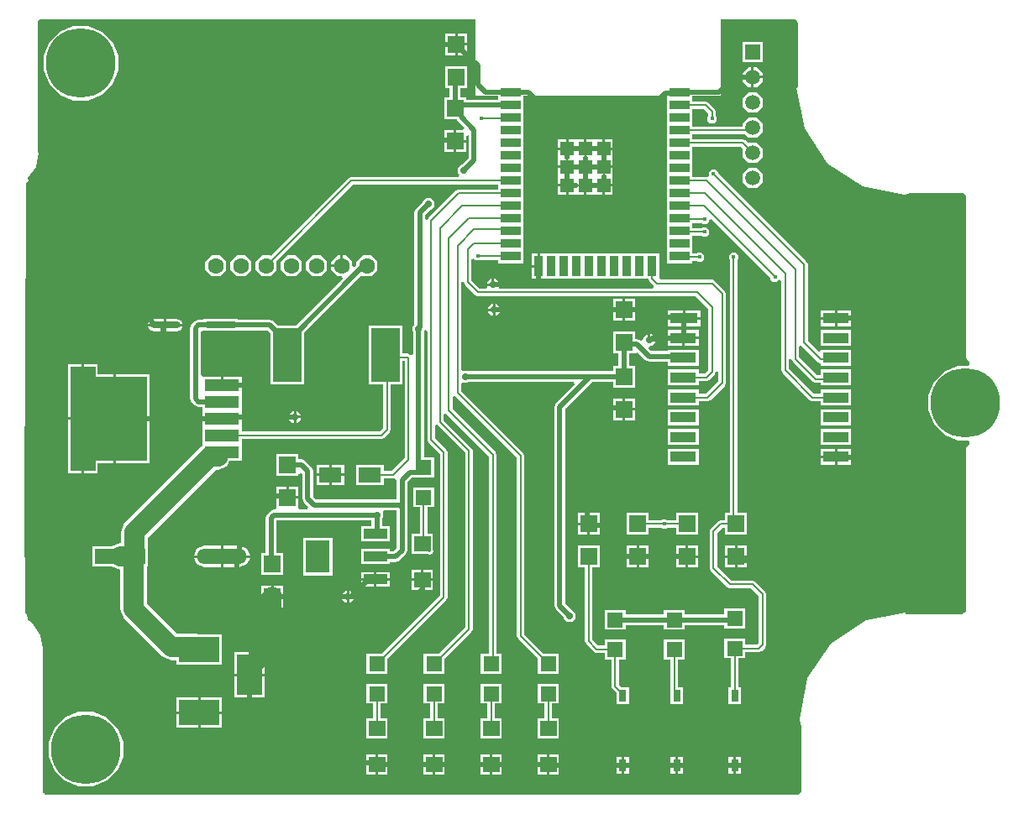
<source format=gtl>
G04*
G04 #@! TF.GenerationSoftware,Altium Limited,Altium Designer,21.3.2 (30)*
G04*
G04 Layer_Physical_Order=1*
G04 Layer_Color=255*
%FSTAX24Y24*%
%MOIN*%
G70*
G04*
G04 #@! TF.SameCoordinates,F68421FC-E499-4976-B511-058DC5D6CA2F*
G04*
G04*
G04 #@! TF.FilePolarity,Positive*
G04*
G01*
G75*
%ADD11C,0.0079*%
%ADD23R,0.0524X0.0524*%
%ADD24R,0.0787X0.0354*%
%ADD25R,0.0354X0.0787*%
%ADD26R,0.0669X0.0669*%
%ADD27R,0.1140X0.2130*%
%ADD28R,0.1181X0.0276*%
%ADD29O,0.1181X0.0276*%
%ADD30R,0.0945X0.0394*%
%ADD31R,0.0945X0.1299*%
%ADD32R,0.2000X0.0591*%
%ADD33O,0.2000X0.0591*%
%ADD34R,0.0630X0.0591*%
%ADD35R,0.0650X0.0600*%
%ADD36R,0.0315X0.0472*%
%ADD37R,0.1024X0.0433*%
%ADD38R,0.1102X0.0433*%
%ADD39R,0.0886X0.0610*%
%ADD40R,0.1378X0.0472*%
%ADD41R,0.0984X0.4134*%
%ADD42R,0.2559X0.3346*%
%ADD73C,0.0197*%
%ADD74C,0.0787*%
%ADD75C,0.0197*%
%ADD76C,0.2756*%
%ADD77C,0.0118*%
%ADD78C,0.0630*%
%ADD79R,0.1000X0.1600*%
%ADD80R,0.1600X0.1000*%
%ADD81R,0.0591X0.0591*%
%ADD82C,0.0591*%
%ADD83C,0.0157*%
%ADD84C,0.0276*%
G36*
X05654Y040697D02*
X056548Y040677D01*
X056588Y040661D01*
X056608Y040568D01*
X056608Y040568D01*
Y038072D01*
X056544Y037998D01*
X056544Y037998D01*
X056544Y037998D01*
X05686Y036408D01*
X057785Y035025D01*
X059168Y0341D01*
X0608Y033775D01*
X060988Y033813D01*
X060988Y033813D01*
Y033813D01*
X061021Y033848D01*
X06315D01*
X063211Y033797D01*
X063229Y033769D01*
X063278Y033711D01*
X063289Y03366D01*
Y029743D01*
Y027307D01*
X063289Y027305D01*
X063289Y027304D01*
Y0273D01*
X063333Y027193D01*
X063335Y027193D01*
X063336Y02719D01*
X063426Y027153D01*
X06341Y027059D01*
X063365Y026978D01*
X062956D01*
X062413Y026753D01*
X061997Y026337D01*
X061772Y025794D01*
Y025206D01*
X061997Y024663D01*
X062413Y024247D01*
X062956Y024022D01*
X063365D01*
X06341Y023941D01*
X063426Y023847D01*
X063336Y02381D01*
X063335Y023807D01*
X063333Y023807D01*
X063289Y0237D01*
Y023696D01*
X063289Y023695D01*
X063289Y023693D01*
X063289Y021228D01*
Y017255D01*
X063225Y017188D01*
X063214Y017184D01*
X063206Y017165D01*
X06312Y017122D01*
X060895D01*
X06089Y017124D01*
X060889Y017125D01*
X060888Y017186D01*
X059298Y01687D01*
X057915Y015945D01*
X05699Y014562D01*
X056665Y01293D01*
X056703Y012742D01*
X056703Y012742D01*
X056703D01*
X056738Y012709D01*
Y010034D01*
X056672Y010007D01*
X056647Y009947D01*
X02673Y009947D01*
X026722Y009948D01*
X026698Y010008D01*
X026657Y010025D01*
X02663Y010115D01*
Y015597D01*
X026647Y01569D01*
X026648Y015698D01*
X026631Y015784D01*
X026532Y016283D01*
X0262Y016779D01*
X026096Y016848D01*
X026029Y016917D01*
X026056Y01698D01*
X026025Y017055D01*
X026025Y017055D01*
X025993Y017075D01*
X025946Y01719D01*
X025937Y017194D01*
X025911Y0216D01*
X025966Y033384D01*
X025973Y034246D01*
X026047Y034307D01*
X026052Y034309D01*
X02606Y034327D01*
X026058Y034428D01*
X02636Y034879D01*
X026472Y03544D01*
X02646Y035441D01*
X026458Y035443D01*
Y040622D01*
X026489Y04071D01*
X026497Y040713D01*
X0265Y040722D01*
X026509Y040749D01*
X0438D01*
Y0377D01*
X044726D01*
Y037545D01*
X043435D01*
Y037634D01*
X043215D01*
Y038016D01*
X043485D01*
Y038885D01*
X042615D01*
Y038016D01*
X042785D01*
Y037634D01*
X042565D01*
Y036765D01*
X043062D01*
X043084Y036712D01*
X043361Y036435D01*
X043319Y036335D01*
X04305D01*
Y03595D01*
X043435D01*
Y0361D01*
X043535Y036154D01*
X043535Y036153D01*
Y035239D01*
X043284Y034988D01*
X043252D01*
X043112Y034848D01*
Y034652D01*
X043183Y034581D01*
X043141Y034481D01*
X03888D01*
X038774Y034437D01*
X035687Y03135D01*
X035672Y031365D01*
X035328D01*
X035085Y031122D01*
Y030778D01*
X035328Y030535D01*
X035672D01*
X035915Y030778D01*
Y031122D01*
X0359Y031137D01*
X038943Y034179D01*
X044726D01*
Y033981D01*
X04313D01*
X043024Y033937D01*
X041943Y032857D01*
X041915Y032788D01*
X041815Y032808D01*
Y032982D01*
X041995Y033162D01*
X042049D01*
X042188Y033301D01*
Y033498D01*
X042049Y033638D01*
X041852D01*
X041712Y033498D01*
Y033487D01*
X041448Y033223D01*
X041385Y033071D01*
Y028622D01*
X041312Y028549D01*
Y028352D01*
X041335Y028328D01*
Y027437D01*
X041235Y027402D01*
X041214Y027422D01*
X041108Y027467D01*
X0409D01*
Y028589D01*
X03956D01*
Y026259D01*
X040149D01*
Y024512D01*
X039999Y024362D01*
X034539D01*
Y024544D01*
Y024831D01*
X03375D01*
X032961D01*
Y024544D01*
Y023785D01*
X032907Y023763D01*
X029887Y020743D01*
X029731Y020365D01*
Y019934D01*
X0297D01*
X029364Y019795D01*
X0286D01*
Y019005D01*
X029364D01*
X0297Y018866D01*
X029716D01*
Y0173D01*
X029872Y016922D01*
X031366Y015428D01*
X031744Y015272D01*
X03195D01*
Y0151D01*
X03375D01*
Y0163D01*
X032842D01*
X032744Y016341D01*
X031965D01*
X030784Y017521D01*
Y019005D01*
X0308D01*
Y019795D01*
X030799D01*
Y020144D01*
X033506Y02285D01*
X033593D01*
X03397Y023007D01*
X034053Y023206D01*
X034539D01*
Y023875D01*
Y024061D01*
X040061D01*
X040168Y024105D01*
X040407Y024343D01*
X040451Y02445D01*
Y026259D01*
X0409D01*
Y027165D01*
X041003D01*
Y023316D01*
X040488Y022801D01*
X040168D01*
Y023055D01*
X039082D01*
Y022245D01*
X040168D01*
Y022499D01*
X04055D01*
X040607Y022523D01*
X040685Y02245D01*
Y021665D01*
X037489D01*
X037365Y021789D01*
Y0228D01*
X037302Y022952D01*
X037052Y023201D01*
X0369Y023264D01*
X036785D01*
Y023484D01*
X035915D01*
Y022615D01*
X036785D01*
Y022676D01*
X036884Y022721D01*
X036935Y022682D01*
Y0217D01*
X036998Y021548D01*
X037181Y021365D01*
X03714Y021265D01*
X036864D01*
X036785Y021316D01*
X036785Y021365D01*
Y0217D01*
X03635D01*
X035915D01*
Y021365D01*
X035915Y021316D01*
X035836Y021265D01*
X035815D01*
X035663Y021202D01*
X035548Y021087D01*
X035485Y020935D01*
Y019535D01*
X035315D01*
Y018665D01*
X036185D01*
Y019535D01*
X035915D01*
Y020835D01*
X039685D01*
Y020602D01*
X039269D01*
Y020009D01*
X040414D01*
Y020602D01*
X040115D01*
Y020928D01*
X040138Y020951D01*
Y021149D01*
X040174Y021235D01*
X040685D01*
Y019739D01*
X040561Y019615D01*
X040414D01*
Y019697D01*
X039269D01*
Y019103D01*
X040414D01*
Y019185D01*
X04065D01*
X040802Y019248D01*
X041052Y019498D01*
X041115Y01965D01*
Y021335D01*
Y022361D01*
X041283Y022529D01*
X041553D01*
X041593Y022545D01*
X042165D01*
Y023336D01*
X041765D01*
Y028328D01*
X041788Y028352D01*
Y028384D01*
X041799Y028394D01*
X041899Y028348D01*
Y02405D01*
X041943Y023943D01*
X042399Y023488D01*
Y017853D01*
X040082Y015536D01*
X039485D01*
Y014745D01*
X040315D01*
Y015342D01*
X042657Y017684D01*
X042701Y017791D01*
Y02355D01*
X042657Y023657D01*
X042201Y024112D01*
Y024605D01*
X042266Y024632D01*
X042301Y024636D01*
X043399Y023538D01*
Y016586D01*
X042349Y015536D01*
X041752D01*
Y014745D01*
X042582D01*
Y015342D01*
X043657Y016417D01*
X043701Y016524D01*
Y0236D01*
X043657Y023707D01*
X042551Y024812D01*
Y025055D01*
X042616Y025082D01*
X042651Y025086D01*
X044349Y023388D01*
Y015536D01*
X044018D01*
Y014745D01*
X044848D01*
Y015536D01*
X044651D01*
Y02345D01*
X044607Y023557D01*
X042901Y025262D01*
Y025755D01*
X042966Y025782D01*
X043001Y025786D01*
X045449Y023338D01*
Y016241D01*
X045493Y016134D01*
X046285Y015342D01*
Y014745D01*
X047115D01*
Y015536D01*
X046518D01*
X045751Y016303D01*
Y0234D01*
X045707Y023507D01*
X043251Y025962D01*
Y026291D01*
X043302Y026312D01*
X043499D01*
X043522Y026335D01*
X047701D01*
X047739Y026243D01*
X046998Y025502D01*
X046935Y02535D01*
Y01745D01*
X046998Y017298D01*
X047312Y016984D01*
Y016952D01*
X047452Y016812D01*
X047649D01*
X047788Y016952D01*
Y017148D01*
X047649Y017288D01*
X047616D01*
X047365Y017539D01*
Y025261D01*
X048439Y026335D01*
X049265D01*
Y026115D01*
X050135D01*
Y026984D01*
X049915D01*
Y027465D01*
X050135D01*
Y027481D01*
X050227Y027519D01*
X050548Y027198D01*
X0507Y027135D01*
X051438D01*
Y026983D01*
X052662D01*
Y027616D01*
X051438D01*
Y027565D01*
X050789D01*
X050692Y027662D01*
X050733Y027762D01*
X050799D01*
X050938Y027901D01*
Y02795D01*
X0507D01*
Y028D01*
X05065D01*
Y028238D01*
X050602D01*
X050462Y028098D01*
Y028033D01*
X050366Y027987D01*
X050215Y02805D01*
X050135D01*
Y028335D01*
X049265D01*
Y027465D01*
X049485D01*
Y026984D01*
X049265D01*
Y026765D01*
X043522D01*
X043499Y026788D01*
X043302D01*
X043251Y026809D01*
Y030296D01*
X043349Y0303D01*
X043393Y030193D01*
X043793Y029793D01*
X0439Y029749D01*
X052538D01*
X053049Y029238D01*
Y026812D01*
X0529Y026663D01*
X052662D01*
Y026829D01*
X051438D01*
Y026196D01*
X052662D01*
Y026361D01*
X052962D01*
X053069Y026406D01*
X053307Y026643D01*
X053351Y02675D01*
X053449Y026746D01*
Y026362D01*
X052962Y025876D01*
X052662D01*
Y026041D01*
X051438D01*
Y025408D01*
X052662D01*
Y025574D01*
X053025D01*
X053131Y025618D01*
X053707Y026193D01*
X053751Y0263D01*
Y02985D01*
X053707Y029957D01*
X053307Y030357D01*
X0532Y030401D01*
X051176D01*
X051093Y030443D01*
Y03143D01*
X046366D01*
Y030937D01*
Y030443D01*
X050665D01*
Y030434D01*
X050709Y030327D01*
X050886Y030151D01*
X050882Y030116D01*
X050855Y030051D01*
X044759D01*
X044738Y030101D01*
Y03015D01*
X044262D01*
Y030101D01*
X044241Y030051D01*
X043962D01*
X043651Y030362D01*
Y031205D01*
X043751Y031246D01*
X043826Y031171D01*
X043974D01*
X043982Y031179D01*
X044726D01*
Y031053D01*
X045713D01*
Y031553D01*
Y032053D01*
Y032553D01*
Y033053D01*
Y033553D01*
Y034053D01*
Y034553D01*
Y035053D01*
Y035553D01*
Y036053D01*
Y036553D01*
Y037053D01*
Y037553D01*
Y0377D01*
X051419D01*
Y037553D01*
Y037053D01*
Y036553D01*
Y036053D01*
Y035553D01*
Y035053D01*
Y034553D01*
Y034053D01*
Y033553D01*
Y033053D01*
Y032553D01*
Y032053D01*
Y031553D01*
Y031053D01*
X052406D01*
Y031149D01*
X052598D01*
X052626Y031121D01*
X052774D01*
X052879Y031226D01*
Y031374D01*
X052774Y031479D01*
X052626D01*
X052598Y031451D01*
X052406D01*
Y032149D01*
X052798D01*
X052826Y032121D01*
X052974D01*
X053079Y032226D01*
Y032374D01*
X052974Y032479D01*
X052826D01*
X052798Y032451D01*
X052406D01*
Y032649D01*
X052798D01*
X052826Y032621D01*
X052974D01*
X053079Y032726D01*
Y032766D01*
X053179Y032808D01*
X055521Y030465D01*
Y030426D01*
X055626Y030321D01*
X055774D01*
X055849Y030396D01*
X055949Y030355D01*
Y0268D01*
X055993Y026693D01*
X057069Y025618D01*
X057175Y025574D01*
X057501D01*
Y025408D01*
X058725D01*
Y026041D01*
X057501D01*
Y025876D01*
X057238D01*
X056251Y026862D01*
Y027246D01*
X056349Y02725D01*
X056393Y027143D01*
X057193Y026343D01*
X0573Y026299D01*
X057501D01*
Y026196D01*
X058725D01*
Y026829D01*
X057501D01*
Y026601D01*
X057362D01*
X056651Y027312D01*
Y027755D01*
X056716Y027782D01*
X056751Y027786D01*
X057411Y027126D01*
X057501Y027088D01*
Y026983D01*
X058725D01*
Y027616D01*
X057501D01*
Y027593D01*
X057409Y027555D01*
X057001Y027962D01*
Y031D01*
X056957Y031107D01*
X053429Y034635D01*
Y034674D01*
X053324Y034779D01*
X053176D01*
X053071Y034674D01*
Y034547D01*
X052994Y034471D01*
X05297Y034481D01*
X052406D01*
Y035053D01*
Y035553D01*
Y035679D01*
X054332D01*
X054405Y035614D01*
Y035286D01*
X054636Y035055D01*
X054964D01*
X055195Y035286D01*
Y035614D01*
X054964Y035845D01*
X054636D01*
X054627Y035836D01*
X054526Y035937D01*
X05442Y035981D01*
X052406D01*
Y036179D01*
X054498D01*
X054508Y036183D01*
X054636Y036055D01*
X054964D01*
X055195Y036286D01*
Y036614D01*
X054964Y036845D01*
X054636D01*
X054405Y036614D01*
Y036481D01*
X052406D01*
Y037053D01*
Y037179D01*
X052887D01*
X053049Y037017D01*
Y036902D01*
X053021Y036874D01*
Y036726D01*
X053126Y036621D01*
X053274D01*
X053379Y036726D01*
Y036874D01*
X053351Y036902D01*
Y03708D01*
X053307Y037186D01*
X053056Y037437D01*
X052949Y037481D01*
X052406D01*
Y0377D01*
X05355D01*
Y03845D01*
Y040749D01*
X056462D01*
X05654Y040697D01*
D02*
G37*
%LPC*%
G36*
X043485Y040184D02*
X0431D01*
Y0398D01*
X043485D01*
Y040184D01*
D02*
G37*
G36*
X043D02*
X042615D01*
Y0398D01*
X043D01*
Y040184D01*
D02*
G37*
G36*
X043485Y0397D02*
X0431D01*
Y039315D01*
X043485D01*
Y0397D01*
D02*
G37*
G36*
X043D02*
X042615D01*
Y039315D01*
X043D01*
Y0397D01*
D02*
G37*
G36*
X055195Y039845D02*
X054405D01*
Y039055D01*
X055195D01*
Y039845D01*
D02*
G37*
G36*
X054964Y038845D02*
X05485D01*
Y0385D01*
X055195D01*
Y038614D01*
X054964Y038845D01*
D02*
G37*
G36*
X05475D02*
X054636D01*
X054405Y038614D01*
Y0385D01*
X05475D01*
Y038845D01*
D02*
G37*
G36*
X055195Y0384D02*
X05485D01*
Y038055D01*
X054964D01*
X055195Y038286D01*
Y0384D01*
D02*
G37*
G36*
X05475D02*
X054405D01*
Y038286D01*
X054636Y038055D01*
X05475D01*
Y0384D01*
D02*
G37*
G36*
X028444Y040478D02*
X027856D01*
X027313Y040253D01*
X026897Y039837D01*
X026672Y039294D01*
Y038706D01*
X026897Y038163D01*
X027313Y037747D01*
X027856Y037522D01*
X028444D01*
X028987Y037747D01*
X029403Y038163D01*
X029628Y038706D01*
Y039294D01*
X029403Y039837D01*
X028987Y040253D01*
X028444Y040478D01*
D02*
G37*
G36*
X054964Y037845D02*
X054636D01*
X054405Y037614D01*
Y037286D01*
X054636Y037055D01*
X054964D01*
X055195Y037286D01*
Y037614D01*
X054964Y037845D01*
D02*
G37*
G36*
X04295Y036335D02*
X042565D01*
Y03595D01*
X04295D01*
Y036335D01*
D02*
G37*
G36*
X049257Y035962D02*
X048945D01*
Y03565D01*
X049257D01*
Y035962D01*
D02*
G37*
G36*
X0474D02*
X047088D01*
Y03565D01*
X0474D01*
Y035962D01*
D02*
G37*
G36*
X048845D02*
X048222D01*
Y0356D01*
X048122D01*
Y035962D01*
X0475D01*
Y0356D01*
X04745D01*
Y03555D01*
X047088D01*
Y035238D01*
Y034928D01*
X04745D01*
Y034828D01*
X047088D01*
Y034516D01*
Y034205D01*
X04745D01*
Y034155D01*
X0475D01*
Y033793D01*
X048122D01*
Y034155D01*
X048222D01*
Y033793D01*
X048845D01*
Y034155D01*
X048895D01*
Y034205D01*
X049257D01*
Y034516D01*
Y034828D01*
X048895D01*
Y034928D01*
X049257D01*
Y035238D01*
Y03555D01*
X048895D01*
Y0356D01*
X048845D01*
Y035962D01*
D02*
G37*
G36*
X043435Y03585D02*
X04305D01*
Y035466D01*
X043435D01*
Y03585D01*
D02*
G37*
G36*
X04295D02*
X042565D01*
Y035466D01*
X04295D01*
Y03585D01*
D02*
G37*
G36*
X054964Y034845D02*
X054636D01*
X054405Y034614D01*
Y034286D01*
X054636Y034055D01*
X054964D01*
X055195Y034286D01*
Y034614D01*
X054964Y034845D01*
D02*
G37*
G36*
X049257Y034105D02*
X048945D01*
Y033793D01*
X049257D01*
Y034105D01*
D02*
G37*
G36*
X0474D02*
X047088D01*
Y033793D01*
X0474D01*
Y034105D01*
D02*
G37*
G36*
X03845Y031365D02*
X038328D01*
X038085Y031122D01*
Y031D01*
X03845D01*
Y031365D01*
D02*
G37*
G36*
X046266Y03143D02*
X046039D01*
Y030987D01*
X046266D01*
Y03143D01*
D02*
G37*
G36*
X039672Y031365D02*
X039328D01*
X039085Y031122D01*
Y030978D01*
X039007Y0309D01*
X038915Y030939D01*
Y031122D01*
X038672Y031365D01*
X03855D01*
Y03095D01*
X0385D01*
Y0309D01*
X038085D01*
Y030778D01*
X038328Y030535D01*
X038511D01*
X03855Y030443D01*
X036696Y028589D01*
X035964D01*
X035801Y028752D01*
X035649Y028815D01*
X034391D01*
Y028838D01*
X033009D01*
Y028815D01*
X032815D01*
X032663Y028752D01*
X032548Y028637D01*
X032485Y028485D01*
Y025665D01*
X032548Y025513D01*
X032663Y025398D01*
X032815Y025335D01*
X032961D01*
Y025214D01*
Y024931D01*
X03375D01*
X034539D01*
Y025214D01*
Y025883D01*
Y026169D01*
X03375D01*
Y026219D01*
X0337D01*
Y026556D01*
X032961D01*
X032915Y026636D01*
Y028349D01*
X033009Y028362D01*
Y028362D01*
X034391D01*
Y028385D01*
X03556D01*
X03566Y028285D01*
Y026259D01*
X037D01*
Y028285D01*
X039289Y030574D01*
X039328Y030535D01*
X039672D01*
X039915Y030778D01*
Y031122D01*
X039672Y031365D01*
D02*
G37*
G36*
X037672D02*
X037328D01*
X037085Y031122D01*
Y030778D01*
X037328Y030535D01*
X037672D01*
X037915Y030778D01*
Y031122D01*
X037672Y031365D01*
D02*
G37*
G36*
X036672D02*
X036328D01*
X036085Y031122D01*
Y030778D01*
X036328Y030535D01*
X036672D01*
X036915Y030778D01*
Y031122D01*
X036672Y031365D01*
D02*
G37*
G36*
X034672D02*
X034328D01*
X034085Y031122D01*
Y030778D01*
X034328Y030535D01*
X034672D01*
X034915Y030778D01*
Y031122D01*
X034672Y031365D01*
D02*
G37*
G36*
X033672D02*
X033328D01*
X033085Y031122D01*
Y030778D01*
X033328Y030535D01*
X033672D01*
X033915Y030778D01*
Y031122D01*
X033672Y031365D01*
D02*
G37*
G36*
X046266Y030887D02*
X046039D01*
Y030443D01*
X046266D01*
Y030887D01*
D02*
G37*
G36*
X044598Y030438D02*
X04455D01*
Y03025D01*
X044738D01*
Y030299D01*
X044598Y030438D01*
D02*
G37*
G36*
X04445D02*
X044401D01*
X044262Y030299D01*
Y03025D01*
X04445D01*
Y030438D01*
D02*
G37*
G36*
X044648Y029438D02*
X0446D01*
Y02925D01*
X044788D01*
Y029299D01*
X044648Y029438D01*
D02*
G37*
G36*
X0445D02*
X044451D01*
X044312Y029299D01*
Y02925D01*
X0445D01*
Y029438D01*
D02*
G37*
G36*
X050135Y029634D02*
X04975D01*
Y029249D01*
X050135D01*
Y029634D01*
D02*
G37*
G36*
X04965D02*
X049265D01*
Y029249D01*
X04965D01*
Y029634D01*
D02*
G37*
G36*
X044788Y02915D02*
X0446D01*
Y028962D01*
X044648D01*
X044788Y029102D01*
Y02915D01*
D02*
G37*
G36*
X0445D02*
X044312D01*
Y029102D01*
X044451Y028962D01*
X0445D01*
Y02915D01*
D02*
G37*
G36*
X058725Y029191D02*
X058163D01*
Y028924D01*
X058725D01*
Y029191D01*
D02*
G37*
G36*
X052741D02*
X052139D01*
Y028924D01*
X052741D01*
Y029191D01*
D02*
G37*
G36*
X052039D02*
X051438D01*
Y028924D01*
X052039D01*
Y029191D01*
D02*
G37*
G36*
X058063D02*
X057501D01*
Y028924D01*
X058063D01*
Y029191D01*
D02*
G37*
G36*
X050135Y029149D02*
X04975D01*
Y028765D01*
X050135D01*
Y029149D01*
D02*
G37*
G36*
X04965D02*
X049265D01*
Y028765D01*
X04965D01*
Y029149D01*
D02*
G37*
G36*
X031953Y028857D02*
X03155D01*
Y02865D01*
X032189D01*
X032135Y028782D01*
X031953Y028857D01*
D02*
G37*
G36*
X03145D02*
X031047D01*
X030865Y028782D01*
X030811Y02865D01*
X03145D01*
Y028857D01*
D02*
G37*
G36*
X058725Y028824D02*
X058163D01*
Y028558D01*
X058725D01*
Y028824D01*
D02*
G37*
G36*
X058063D02*
X057501D01*
Y028558D01*
X058063D01*
Y028824D01*
D02*
G37*
G36*
X052741D02*
X052139D01*
Y028558D01*
X052741D01*
Y028824D01*
D02*
G37*
G36*
X052039D02*
X051438D01*
Y028558D01*
X052039D01*
Y028824D01*
D02*
G37*
G36*
X032189Y02855D02*
X03155D01*
Y028343D01*
X031953D01*
X032135Y028418D01*
X032189Y02855D01*
D02*
G37*
G36*
X03145D02*
X030811D01*
X030865Y028418D01*
X031047Y028343D01*
X03145D01*
Y02855D01*
D02*
G37*
G36*
X052662Y028404D02*
X0521D01*
Y028137D01*
X052662D01*
Y028404D01*
D02*
G37*
G36*
X052D02*
X051438D01*
Y028137D01*
X052D01*
Y028404D01*
D02*
G37*
G36*
X050799Y028238D02*
X05075D01*
Y02805D01*
X050938D01*
Y028098D01*
X050799Y028238D01*
D02*
G37*
G36*
X058725Y028404D02*
X057501D01*
Y02777D01*
X058725D01*
Y028404D01*
D02*
G37*
G36*
X052662Y028037D02*
X0521D01*
Y02777D01*
X052662D01*
Y028037D01*
D02*
G37*
G36*
X052D02*
X051438D01*
Y02777D01*
X052D01*
Y028037D01*
D02*
G37*
G36*
X0338Y026556D02*
Y026269D01*
X034539D01*
Y026556D01*
X0338D01*
D02*
G37*
G36*
X050135Y025685D02*
X04975D01*
Y0253D01*
X050135D01*
Y025685D01*
D02*
G37*
G36*
X04965D02*
X049265D01*
Y0253D01*
X04965D01*
Y025685D01*
D02*
G37*
G36*
X036748Y025188D02*
X0367D01*
Y025D01*
X036888D01*
Y025048D01*
X036748Y025188D01*
D02*
G37*
G36*
X0366D02*
X036551D01*
X036412Y025048D01*
Y025D01*
X0366D01*
Y025188D01*
D02*
G37*
G36*
X030887Y026654D02*
X029558D01*
Y024931D01*
X030887D01*
Y026654D01*
D02*
G37*
G36*
X028178Y027048D02*
X027636D01*
Y024931D01*
X028178D01*
Y027048D01*
D02*
G37*
G36*
X050135Y0252D02*
X04975D01*
Y024816D01*
X050135D01*
Y0252D01*
D02*
G37*
G36*
X04965D02*
X049265D01*
Y024816D01*
X04965D01*
Y0252D01*
D02*
G37*
G36*
X036888Y0249D02*
X0367D01*
Y024712D01*
X036748D01*
X036888Y024852D01*
Y0249D01*
D02*
G37*
G36*
X0366D02*
X036412D01*
Y024852D01*
X036551Y024712D01*
X0366D01*
Y0249D01*
D02*
G37*
G36*
X058725Y025254D02*
X057501D01*
Y024621D01*
X058725D01*
Y025254D01*
D02*
G37*
G36*
X052662D02*
X051438D01*
Y024621D01*
X052662D01*
Y025254D01*
D02*
G37*
G36*
X058725Y024467D02*
X057501D01*
Y023833D01*
X058725D01*
Y024467D01*
D02*
G37*
G36*
X052662D02*
X051438D01*
Y023833D01*
X052662D01*
Y024467D01*
D02*
G37*
G36*
X058725Y023679D02*
X058163D01*
Y023413D01*
X058725D01*
Y023679D01*
D02*
G37*
G36*
X058063D02*
X057501D01*
Y023413D01*
X058063D01*
Y023679D01*
D02*
G37*
G36*
X030887Y024831D02*
X029558D01*
Y023107D01*
X030887D01*
Y024831D01*
D02*
G37*
G36*
X058725Y023313D02*
X058163D01*
Y023046D01*
X058725D01*
Y023313D01*
D02*
G37*
G36*
X058063D02*
X057501D01*
Y023046D01*
X058063D01*
Y023313D01*
D02*
G37*
G36*
X052662Y023679D02*
X051438D01*
Y023046D01*
X052662D01*
Y023679D01*
D02*
G37*
G36*
X02882Y027048D02*
X028278D01*
Y024881D01*
Y022714D01*
X02882D01*
Y023107D01*
X029458D01*
Y024881D01*
Y026654D01*
X02882D01*
Y027048D01*
D02*
G37*
G36*
X028178Y024831D02*
X027636D01*
Y022714D01*
X028178D01*
Y024831D01*
D02*
G37*
G36*
X038593Y023055D02*
X0381D01*
Y0227D01*
X038593D01*
Y023055D01*
D02*
G37*
G36*
X038D02*
X037507D01*
Y0227D01*
X038D01*
Y023055D01*
D02*
G37*
G36*
X038593Y0226D02*
X0381D01*
Y022245D01*
X038593D01*
Y0226D01*
D02*
G37*
G36*
X038D02*
X037507D01*
Y022245D01*
X038D01*
Y0226D01*
D02*
G37*
G36*
X036785Y022185D02*
X0364D01*
Y0218D01*
X036785D01*
Y022185D01*
D02*
G37*
G36*
X0363D02*
X035915D01*
Y0218D01*
X0363D01*
Y022185D01*
D02*
G37*
G36*
X052635Y021134D02*
X051765D01*
Y020851D01*
X051402D01*
X051374Y020879D01*
X051226D01*
X051198Y020851D01*
X050685D01*
Y021134D01*
X049815D01*
Y020265D01*
X050685D01*
Y020549D01*
X051198D01*
X051226Y020521D01*
X051374D01*
X051402Y020549D01*
X051765D01*
Y020265D01*
X052635D01*
Y021134D01*
D02*
G37*
G36*
X048735D02*
X04835D01*
Y02075D01*
X048735D01*
Y021134D01*
D02*
G37*
G36*
X04825D02*
X047865D01*
Y02075D01*
X04825D01*
Y021134D01*
D02*
G37*
G36*
X054124Y031479D02*
X053976D01*
X053871Y031374D01*
Y031226D01*
X053899Y031198D01*
Y021134D01*
X053715D01*
Y02085D01*
X05355D01*
X053443Y020806D01*
X053143Y020507D01*
X053099Y0204D01*
Y01895D01*
X053143Y018843D01*
X053793Y018193D01*
X0539Y018149D01*
X054738D01*
X055049Y017838D01*
Y015962D01*
X054997Y01591D01*
X054515D01*
Y016155D01*
X053685D01*
Y015364D01*
X053949D01*
Y014214D01*
X053843D01*
Y013542D01*
X054357D01*
Y014214D01*
X054251D01*
Y015364D01*
X054515D01*
Y015609D01*
X055059D01*
X055166Y015653D01*
X055307Y015793D01*
X055351Y0159D01*
Y0179D01*
X055307Y018007D01*
X054907Y018407D01*
X0548Y018451D01*
X053962D01*
X053401Y019012D01*
Y020338D01*
X053612Y020549D01*
X053715D01*
Y020265D01*
X054585D01*
Y021134D01*
X054201D01*
Y031198D01*
X054229Y031226D01*
Y031374D01*
X054124Y031479D01*
D02*
G37*
G36*
X048735Y02065D02*
X04835D01*
Y020265D01*
X048735D01*
Y02065D01*
D02*
G37*
G36*
X04825D02*
X047865D01*
Y020265D01*
X04825D01*
Y02065D01*
D02*
G37*
G36*
X042165Y022155D02*
X041335D01*
Y021364D01*
X041599D01*
Y0203D01*
X041275D01*
Y0195D01*
X041898D01*
X041986Y019464D01*
X042074Y0195D01*
X042125D01*
Y019587D01*
X042136Y019614D01*
Y019639D01*
X042125Y019667D01*
Y0203D01*
X041901D01*
Y021364D01*
X042165D01*
Y022155D01*
D02*
G37*
G36*
X054585Y019835D02*
X0542D01*
Y01945D01*
X054585D01*
Y019835D01*
D02*
G37*
G36*
X052635D02*
X05225D01*
Y01945D01*
X052635D01*
Y019835D01*
D02*
G37*
G36*
X050685D02*
X0503D01*
Y01945D01*
X050685D01*
Y019835D01*
D02*
G37*
G36*
X0541D02*
X053715D01*
Y01945D01*
X0541D01*
Y019835D01*
D02*
G37*
G36*
X05215D02*
X051765D01*
Y01945D01*
X05215D01*
Y019835D01*
D02*
G37*
G36*
X0502D02*
X049815D01*
Y01945D01*
X0502D01*
Y019835D01*
D02*
G37*
G36*
X034455Y019828D02*
X0338D01*
Y01945D01*
X034862D01*
X034757Y019703D01*
X034455Y019828D01*
D02*
G37*
G36*
X0337D02*
X033045D01*
X032743Y019703D01*
X032638Y01945D01*
X0337D01*
Y019828D01*
D02*
G37*
G36*
X034862Y01935D02*
X0338D01*
Y018972D01*
X034455D01*
X034757Y019097D01*
X034862Y01935D01*
D02*
G37*
G36*
X0337D02*
X032638D01*
X032743Y019097D01*
X033045Y018972D01*
X0337D01*
Y01935D01*
D02*
G37*
G36*
X054585Y01935D02*
X0542D01*
Y018966D01*
X054585D01*
Y01935D01*
D02*
G37*
G36*
X0541D02*
X053715D01*
Y018966D01*
X0541D01*
Y01935D01*
D02*
G37*
G36*
X052635D02*
X05225D01*
Y018966D01*
X052635D01*
Y01935D01*
D02*
G37*
G36*
X05215D02*
X051765D01*
Y018966D01*
X05215D01*
Y01935D01*
D02*
G37*
G36*
X050685D02*
X0503D01*
Y018966D01*
X050685D01*
Y01935D01*
D02*
G37*
G36*
X0502D02*
X049815D01*
Y018966D01*
X0502D01*
Y01935D01*
D02*
G37*
G36*
X038131Y02015D02*
X036986D01*
Y01865D01*
X038131D01*
Y02015D01*
D02*
G37*
G36*
X040414Y018791D02*
X039892D01*
Y018544D01*
X040414D01*
Y018791D01*
D02*
G37*
G36*
X039792D02*
X039269D01*
Y018544D01*
X039792D01*
Y018791D01*
D02*
G37*
G36*
X042125Y01888D02*
X04175D01*
Y01853D01*
X042125D01*
Y01888D01*
D02*
G37*
G36*
X04165D02*
X041275D01*
Y01853D01*
X04165D01*
Y01888D01*
D02*
G37*
G36*
X040414Y018444D02*
X039892D01*
Y018198D01*
X040414D01*
Y018444D01*
D02*
G37*
G36*
X039792D02*
X039269D01*
Y018198D01*
X039792D01*
Y018444D01*
D02*
G37*
G36*
X042125Y01843D02*
X04175D01*
Y01808D01*
X042125D01*
Y01843D01*
D02*
G37*
G36*
X04165D02*
X041275D01*
Y01808D01*
X04165D01*
Y01843D01*
D02*
G37*
G36*
X036185Y018235D02*
X0358D01*
Y017851D01*
X036185D01*
Y018235D01*
D02*
G37*
G36*
X038849Y018039D02*
X0388D01*
Y017851D01*
X038988D01*
Y017899D01*
X038849Y018039D01*
D02*
G37*
G36*
X0387D02*
X038651D01*
X038512Y017899D01*
Y017851D01*
X0387D01*
Y018039D01*
D02*
G37*
G36*
X0357Y018235D02*
X035315D01*
Y017851D01*
X0357D01*
Y018235D01*
D02*
G37*
G36*
X038988Y017751D02*
X0388D01*
Y017563D01*
X038849D01*
X038988Y017702D01*
Y017751D01*
D02*
G37*
G36*
X0387D02*
X038512D01*
Y017702D01*
X038651Y017563D01*
X0387D01*
Y017751D01*
D02*
G37*
G36*
X036185D02*
X0358D01*
Y017366D01*
X036185D01*
Y017751D01*
D02*
G37*
G36*
X0357D02*
X035315D01*
Y017366D01*
X0357D01*
Y017751D01*
D02*
G37*
G36*
X054515Y017336D02*
X053685D01*
Y017105D01*
X052115D01*
Y017286D01*
X051285D01*
Y017105D01*
X049765D01*
Y017286D01*
X048935D01*
Y016495D01*
X049765D01*
Y016676D01*
X051285D01*
Y016495D01*
X052115D01*
Y016676D01*
X053685D01*
Y016545D01*
X054515D01*
Y017336D01*
D02*
G37*
G36*
X03545Y0156D02*
X0349D01*
Y01475D01*
X03545D01*
Y0156D01*
D02*
G37*
G36*
X0348D02*
X03425D01*
Y01475D01*
X0348D01*
Y0156D01*
D02*
G37*
G36*
X03545Y01465D02*
X0349D01*
Y0138D01*
X03545D01*
Y01465D01*
D02*
G37*
G36*
X0348D02*
X03425D01*
Y0138D01*
X0348D01*
Y01465D01*
D02*
G37*
G36*
X052115Y016105D02*
X051285D01*
Y015314D01*
X051549D01*
Y014214D01*
X051543D01*
Y013542D01*
X052057D01*
Y014214D01*
X051851D01*
Y015314D01*
X052115D01*
Y016105D01*
D02*
G37*
G36*
X048735Y019835D02*
X047865D01*
Y018966D01*
X048149D01*
Y016042D01*
X048193Y015935D01*
X048513Y015616D01*
X048619Y015572D01*
X048935D01*
Y015314D01*
X049199D01*
Y014257D01*
X049243Y01415D01*
X049393Y014001D01*
Y013542D01*
X049907D01*
Y014214D01*
X049606D01*
X049501Y014319D01*
Y015314D01*
X049765D01*
Y016105D01*
X048935D01*
Y015874D01*
X048682D01*
X048451Y016105D01*
Y018966D01*
X048735D01*
Y019835D01*
D02*
G37*
G36*
X03375Y0138D02*
X0329D01*
Y01325D01*
X03375D01*
Y0138D01*
D02*
G37*
G36*
X0328D02*
X03195D01*
Y01325D01*
X0328D01*
Y0138D01*
D02*
G37*
G36*
X03375Y01315D02*
X0329D01*
Y0126D01*
X03375D01*
Y01315D01*
D02*
G37*
G36*
X0328D02*
X03195D01*
Y0126D01*
X0328D01*
Y01315D01*
D02*
G37*
G36*
X047115Y014355D02*
X046285D01*
Y013564D01*
X046549D01*
Y01297D01*
X046275D01*
Y01217D01*
X047125D01*
Y01297D01*
X046851D01*
Y013564D01*
X047115D01*
Y014355D01*
D02*
G37*
G36*
X044848D02*
X044018D01*
Y013564D01*
X044282D01*
Y01297D01*
X044008D01*
Y01217D01*
X044858D01*
Y01297D01*
X044584D01*
Y013564D01*
X044848D01*
Y014355D01*
D02*
G37*
G36*
X042582D02*
X041752D01*
Y013564D01*
X042016D01*
Y01297D01*
X041742D01*
Y01217D01*
X042592D01*
Y01297D01*
X042318D01*
Y013564D01*
X042582D01*
Y014355D01*
D02*
G37*
G36*
X040315D02*
X039485D01*
Y013564D01*
X039749D01*
Y01297D01*
X039475D01*
Y01217D01*
X040325D01*
Y01297D01*
X040051D01*
Y013564D01*
X040315D01*
Y014355D01*
D02*
G37*
G36*
X047125Y01155D02*
X04675D01*
Y0112D01*
X047125D01*
Y01155D01*
D02*
G37*
G36*
X04665D02*
X046275D01*
Y0112D01*
X04665D01*
Y01155D01*
D02*
G37*
G36*
X044858D02*
X044483D01*
Y0112D01*
X044858D01*
Y01155D01*
D02*
G37*
G36*
X040325D02*
X03995D01*
Y0112D01*
X040325D01*
Y01155D01*
D02*
G37*
G36*
X044383D02*
X044008D01*
Y0112D01*
X044383D01*
Y01155D01*
D02*
G37*
G36*
X03985D02*
X039475D01*
Y0112D01*
X03985D01*
Y01155D01*
D02*
G37*
G36*
X042592D02*
X042217D01*
Y0112D01*
X042592D01*
Y01155D01*
D02*
G37*
G36*
X042117D02*
X041742D01*
Y0112D01*
X042117D01*
Y01155D01*
D02*
G37*
G36*
X054357Y011458D02*
X05415D01*
Y011172D01*
X054357D01*
Y011458D01*
D02*
G37*
G36*
X052057D02*
X05185D01*
Y011172D01*
X052057D01*
Y011458D01*
D02*
G37*
G36*
X049907D02*
X0497D01*
Y011172D01*
X049907D01*
Y011458D01*
D02*
G37*
G36*
X05405D02*
X053843D01*
Y011172D01*
X05405D01*
Y011458D01*
D02*
G37*
G36*
X05175D02*
X051543D01*
Y011172D01*
X05175D01*
Y011458D01*
D02*
G37*
G36*
X0496D02*
X049393D01*
Y011172D01*
X0496D01*
Y011458D01*
D02*
G37*
G36*
X054357Y011072D02*
X05415D01*
Y010786D01*
X054357D01*
Y011072D01*
D02*
G37*
G36*
X05405D02*
X053843D01*
Y010786D01*
X05405D01*
Y011072D01*
D02*
G37*
G36*
X052057D02*
X05185D01*
Y010786D01*
X052057D01*
Y011072D01*
D02*
G37*
G36*
X05175D02*
X051543D01*
Y010786D01*
X05175D01*
Y011072D01*
D02*
G37*
G36*
X049907D02*
X0497D01*
Y010786D01*
X049907D01*
Y011072D01*
D02*
G37*
G36*
X0496D02*
X049393D01*
Y010786D01*
X0496D01*
Y011072D01*
D02*
G37*
G36*
X047125Y0111D02*
X04675D01*
Y01075D01*
X047125D01*
Y0111D01*
D02*
G37*
G36*
X04665D02*
X046275D01*
Y01075D01*
X04665D01*
Y0111D01*
D02*
G37*
G36*
X044858Y0111D02*
X044483D01*
Y01075D01*
X044858D01*
Y0111D01*
D02*
G37*
G36*
X044383D02*
X044008D01*
Y01075D01*
X044383D01*
Y0111D01*
D02*
G37*
G36*
X042592Y0111D02*
X042217D01*
Y01075D01*
X042592D01*
Y0111D01*
D02*
G37*
G36*
X042117D02*
X041742D01*
Y01075D01*
X042117D01*
Y0111D01*
D02*
G37*
G36*
X040325Y0111D02*
X03995D01*
Y01075D01*
X040325D01*
Y0111D01*
D02*
G37*
G36*
X03985D02*
X039475D01*
Y01075D01*
X03985D01*
Y0111D01*
D02*
G37*
G36*
X028644Y013228D02*
X028056D01*
X027513Y013003D01*
X027097Y012587D01*
X026872Y012044D01*
Y011456D01*
X027097Y010913D01*
X027513Y010497D01*
X028056Y010272D01*
X028644D01*
X029187Y010497D01*
X029603Y010913D01*
X029828Y011456D01*
Y012044D01*
X029603Y012587D01*
X029187Y013003D01*
X028644Y013228D01*
D02*
G37*
%LPD*%
D11*
X0355Y03095D02*
X03888Y03433D01*
X045204Y031314D02*
X04522Y03133D01*
X051913D02*
X051943Y0313D01*
X04405Y0368D02*
X045189D01*
X051913Y03133D02*
X051937Y031355D01*
X051943Y0313D02*
X0527D01*
X05287Y03333D02*
X0557Y0305D01*
X045189Y0368D02*
X04522Y03683D01*
X0439Y03135D02*
X04392Y03133D01*
X051913Y03333D02*
X05287D01*
X04392Y03133D02*
X04522D01*
X051943Y0328D02*
X0529D01*
X051913Y03233D02*
X051943Y0323D01*
X0529D01*
X051913Y03283D02*
X051943Y0328D01*
X051913Y03733D02*
X052949D01*
X0532Y03708D01*
Y0368D02*
Y03708D01*
X03888Y03433D02*
X04522D01*
X041154Y023254D02*
Y02727D01*
X0403Y0276D02*
X040584Y027316D01*
X04023Y027424D02*
X04028Y027374D01*
X041108Y027316D02*
X041154Y02727D01*
X040584Y027316D02*
X041108D01*
X04028Y027374D02*
X04033Y027324D01*
X05297Y03433D02*
X0565Y0308D01*
Y02725D02*
X0573Y02645D01*
X0565Y02725D02*
Y0308D01*
X0561Y0268D02*
Y03065D01*
X05292Y03383D02*
X0561Y03065D01*
X051913Y03383D02*
X05292D01*
X04205Y02405D02*
X04255Y02355D01*
X04205Y03275D02*
X04313Y03383D01*
X04205Y02405D02*
Y03275D01*
X0424Y03245D02*
X04328Y03333D01*
X0424Y02475D02*
X04355Y0236D01*
X0424Y02475D02*
Y03245D01*
X04275Y0252D02*
Y03205D01*
Y0252D02*
X0445Y02345D01*
X04275Y03205D02*
X04353Y03283D01*
X0431Y03175D02*
X04375Y0324D01*
X0431Y0259D02*
Y03175D01*
Y0259D02*
X0456Y0234D01*
X0435Y0303D02*
Y0316D01*
X0439Y0299D02*
X0526D01*
X0435Y0303D02*
X0439Y0299D01*
X0435Y0316D02*
X04373Y03183D01*
X0456Y016241D02*
Y0234D01*
X04355Y016524D02*
Y0236D01*
X0445Y015207D02*
Y02345D01*
X044433Y015141D02*
X0445Y015207D01*
X0456Y016241D02*
X0467Y015141D01*
X042442Y015416D02*
X04355Y016524D01*
X042167Y015141D02*
X042186D01*
X042442Y015396D01*
Y015416D01*
X04255Y017791D02*
Y02355D01*
X03992Y015141D02*
X040176Y015396D01*
Y015416D02*
X04255Y017791D01*
X040176Y015396D02*
Y015416D01*
X0399Y015141D02*
X03992D01*
X04175Y01995D02*
Y021759D01*
X0417Y0199D02*
X04175Y01995D01*
X03375Y024211D02*
X040061D01*
X0403Y02445D01*
Y0276D01*
X04055Y02265D02*
X041154Y023254D01*
X039625Y02265D02*
X04055D01*
X05325Y0346D02*
X05685Y031D01*
Y0279D02*
Y031D01*
X041725Y0199D02*
X041986Y019639D01*
Y019614D02*
Y019639D01*
X0417Y0199D02*
X041725D01*
X0536Y0263D02*
Y02985D01*
X0532Y03025D02*
X0536Y02985D01*
X051Y03025D02*
X0532D01*
X050816Y030434D02*
X051Y03025D01*
X050816Y030434D02*
Y030937D01*
X0526Y0299D02*
X0532Y0293D01*
X0483Y016042D02*
Y0194D01*
X04373Y03183D02*
X04522D01*
X04328Y03333D02*
X04522D01*
X04353Y03283D02*
X04522D01*
X04375Y0324D02*
X04515D01*
X045195Y032355D01*
X04313Y03383D02*
X04522D01*
X05405Y0208D02*
Y0313D01*
Y0208D02*
X05415Y0207D01*
X05355D02*
X05415D01*
X05325Y01895D02*
Y0204D01*
X05355Y0207D01*
X05325Y01895D02*
X0539Y0183D01*
X0548D01*
X0552Y0179D01*
Y0159D02*
Y0179D01*
X0541Y015759D02*
X055059D01*
X0552Y0159D01*
X05025Y0207D02*
X05025Y0207D01*
X0513D01*
X0522D01*
X0522Y0207D01*
X0483Y016042D02*
X048619Y015723D01*
X049337D02*
X04935Y015709D01*
X048619Y015723D02*
X049337D01*
X04935Y014257D02*
X04965Y013957D01*
X04935Y014257D02*
Y015709D01*
X04965Y013878D02*
Y013957D01*
X0517Y013978D02*
X0518Y013878D01*
X0517Y013978D02*
Y015709D01*
X0541Y013878D02*
Y015759D01*
X0399Y01257D02*
Y013959D01*
X042167Y01257D02*
Y013959D01*
X0467Y01257D02*
Y013959D01*
X044433Y01257D02*
Y013959D01*
X0532Y02675D02*
Y0293D01*
X052962Y026512D02*
X0532Y02675D01*
X05205Y026512D02*
X052962D01*
X05205Y025725D02*
X053025D01*
X0536Y0263D01*
X057175Y025725D02*
X058113D01*
X0561Y0268D02*
X057175Y025725D01*
X058051Y02645D02*
X058113Y026512D01*
X0573Y02645D02*
X058051D01*
X051913Y03433D02*
X05297D01*
X058046Y027233D02*
X058113Y0273D01*
X057517Y027233D02*
X058046D01*
X05685Y0279D02*
X057517Y027233D01*
X054702Y036352D02*
X0548Y03645D01*
X051913Y03633D02*
X054498D01*
X05452Y036352D02*
X054702D01*
X054498Y03633D02*
X05452Y036352D01*
X05442Y03583D02*
X0548Y03545D01*
X051913Y03583D02*
X05442D01*
X0541Y013878D02*
X05415Y013928D01*
X04965Y013878D02*
X049663Y013891D01*
X05205Y025725D02*
X05215Y025824D01*
D23*
X048172Y034155D02*
D03*
X04745D02*
D03*
X048895Y034878D02*
D03*
X048172D02*
D03*
X04745D02*
D03*
X048895Y0356D02*
D03*
X048172D02*
D03*
X04745D02*
D03*
X048895Y034155D02*
D03*
D24*
X051913Y03783D02*
D03*
Y03733D02*
D03*
Y03683D02*
D03*
Y03633D02*
D03*
Y03583D02*
D03*
Y03533D02*
D03*
Y03483D02*
D03*
Y03433D02*
D03*
Y03383D02*
D03*
Y03333D02*
D03*
Y03283D02*
D03*
Y03233D02*
D03*
Y03183D02*
D03*
Y03133D02*
D03*
X04522D02*
D03*
Y03183D02*
D03*
Y03233D02*
D03*
Y03283D02*
D03*
Y03333D02*
D03*
Y03383D02*
D03*
Y03433D02*
D03*
Y03483D02*
D03*
Y03533D02*
D03*
Y03583D02*
D03*
Y03633D02*
D03*
Y03683D02*
D03*
Y03733D02*
D03*
Y03783D02*
D03*
D25*
X050816Y030937D02*
D03*
X050316D02*
D03*
X049816D02*
D03*
X049316D02*
D03*
X048816D02*
D03*
X048316D02*
D03*
X047816D02*
D03*
X047316D02*
D03*
X046816D02*
D03*
X046316D02*
D03*
D26*
X04305Y03845D02*
D03*
Y03975D02*
D03*
X03635Y02305D02*
D03*
Y02175D02*
D03*
X03575Y017801D02*
D03*
Y0191D02*
D03*
X05415Y0194D02*
D03*
Y0207D02*
D03*
X0522Y0194D02*
D03*
Y0207D02*
D03*
X05025Y0194D02*
D03*
Y0207D02*
D03*
X0483Y0194D02*
D03*
Y0207D02*
D03*
X0497Y0279D02*
D03*
Y029199D02*
D03*
Y02655D02*
D03*
Y02525D02*
D03*
X043Y0359D02*
D03*
Y0372D02*
D03*
D27*
X04023Y027424D02*
D03*
X03633D02*
D03*
D28*
X0337Y0286D02*
D03*
D29*
X0315D02*
D03*
D30*
X039842Y018494D02*
D03*
Y0194D02*
D03*
Y020306D02*
D03*
D31*
X037558Y0194D02*
D03*
D32*
X0297D02*
D03*
D33*
X03375D02*
D03*
D34*
X0517Y016891D02*
D03*
Y015709D02*
D03*
X0399Y013959D02*
D03*
Y015141D02*
D03*
X042167D02*
D03*
Y013959D02*
D03*
X0467Y015141D02*
D03*
Y013959D02*
D03*
X044433Y015141D02*
D03*
Y013959D02*
D03*
X04935Y015709D02*
D03*
Y016891D02*
D03*
X0541Y015759D02*
D03*
Y016941D02*
D03*
X04175Y022941D02*
D03*
Y021759D02*
D03*
D35*
X0399Y01257D02*
D03*
Y01115D02*
D03*
X044433D02*
D03*
Y01257D02*
D03*
X042167D02*
D03*
Y01115D02*
D03*
X0467D02*
D03*
Y01257D02*
D03*
X0417Y01848D02*
D03*
Y0199D02*
D03*
D36*
X04965Y011122D02*
D03*
Y013878D02*
D03*
X0518Y011122D02*
D03*
Y013878D02*
D03*
X0541Y011122D02*
D03*
Y013878D02*
D03*
D37*
X058113Y028874D02*
D03*
Y028087D02*
D03*
Y0273D02*
D03*
Y026512D02*
D03*
Y025725D02*
D03*
Y024937D02*
D03*
Y02415D02*
D03*
Y023363D02*
D03*
X05205D02*
D03*
Y02415D02*
D03*
Y024937D02*
D03*
Y025725D02*
D03*
Y026512D02*
D03*
Y0273D02*
D03*
Y028087D02*
D03*
D38*
X052089Y028874D02*
D03*
D39*
X039625Y02265D02*
D03*
X03805D02*
D03*
D40*
X03375Y023542D02*
D03*
Y024211D02*
D03*
Y024881D02*
D03*
Y02555D02*
D03*
Y026219D02*
D03*
D41*
X028228Y024881D02*
D03*
D42*
X029508D02*
D03*
D73*
X047811Y0356D02*
X048172D01*
X051881Y037799D02*
X051913Y03783D01*
X047811Y034878D02*
X048172D01*
X04745Y035239D02*
Y0356D01*
X0472Y03655D02*
X0501D01*
X051349Y037799D02*
X051881D01*
X048534Y034878D02*
X048895D01*
X048172Y034516D02*
Y034878D01*
Y034155D02*
X048534D01*
X048172D02*
Y034516D01*
X048895Y034878D02*
Y035239D01*
X04745Y034155D02*
X047811D01*
X048895D02*
Y034516D01*
X04745D02*
Y034878D01*
Y034155D02*
Y034516D01*
Y0356D02*
X047811D01*
X048534D02*
X048895D01*
X04592Y03783D02*
X0472Y03655D01*
X048172Y034878D02*
X048534D01*
X048895Y035239D02*
Y0356D01*
X0501Y03655D02*
X051349Y037799D01*
X04522Y03783D02*
X04592D01*
X04745Y034878D02*
X047811D01*
X048172D02*
Y035239D01*
Y0356D02*
X048534D01*
Y034155D02*
X048895D01*
X0445Y0302D02*
X04615D01*
X046316Y030366D01*
Y030937D01*
X0327Y025665D02*
Y028485D01*
X032815Y02555D02*
X03375D01*
X032815Y0286D02*
X035649D01*
X0327Y025665D02*
X032815Y02555D01*
X0327Y028485D02*
X032815Y0286D01*
X03633Y027424D02*
Y027919D01*
X039462Y030912D02*
X0395Y03095D01*
X03633Y027919D02*
X039323Y030912D01*
X039462D01*
X035649Y0286D02*
X0363Y027949D01*
Y0277D02*
Y027949D01*
X04155Y023137D02*
Y028471D01*
X0416Y033071D02*
X041929Y0334D01*
X04155Y028471D02*
X0416Y028521D01*
Y033071D01*
X041929Y0334D02*
X04195D01*
X04335Y03475D02*
X04375Y03515D01*
Y03635D01*
X030931Y028738D02*
Y038931D01*
X0314Y02605D02*
Y0286D01*
X031069D02*
X0314D01*
X030931Y028738D02*
X031069Y0286D01*
X051913Y03783D02*
X05348D01*
X04422D02*
X04522D01*
X041401Y017801D02*
X0417Y0181D01*
Y01848D01*
X038872Y017801D02*
X039566Y018494D01*
X039842D01*
X058126Y02335D02*
X05885D01*
X059086Y022286D02*
Y023114D01*
X058985Y028874D02*
X0591Y028759D01*
Y023114D02*
Y028759D01*
X058113Y028874D02*
X058985D01*
X0439Y03815D02*
Y0389D01*
Y03815D02*
X04422Y03783D01*
X043286Y039513D02*
X0439Y0389D01*
X04305Y03975D02*
X043286Y039513D01*
X043286D01*
X04175Y03975D02*
X04305D01*
X043131Y03733D02*
X04522D01*
X042979Y037179D02*
X043131Y03733D01*
X05415Y0194D02*
X0543Y01925D01*
X054041Y011122D02*
X0541Y011181D01*
X041865Y035951D02*
X043D01*
X035651Y0178D02*
X0357Y017751D01*
X04835Y02655D02*
X0497D01*
X04175Y036066D02*
X041865Y035951D01*
X03175Y03975D02*
X04175D01*
Y036066D02*
Y03975D01*
X043236Y036863D02*
Y036963D01*
X043Y0372D02*
Y03835D01*
Y0372D02*
X043236Y036963D01*
Y036863D02*
X04375Y03635D01*
X0434Y02655D02*
X04835D01*
X041194Y022744D02*
X041553D01*
X0409Y02245D02*
X041194Y022744D01*
X041553D02*
X04175Y022941D01*
X0409Y021335D02*
Y02245D01*
X041747Y022941D02*
X04175D01*
X04155Y023137D02*
X041747Y022941D01*
X039842Y020306D02*
X0399Y020364D01*
Y02105D01*
X035815D02*
X0399D01*
X04825Y02475D02*
X0488Y0253D01*
X04825Y02075D02*
Y02475D01*
X05605Y01925D02*
X059086Y022286D01*
X05205Y028087D02*
X052089Y028126D01*
Y028874D01*
X0357Y020935D02*
X035815Y02105D01*
X0357Y01915D02*
Y020935D01*
X034174Y0194D02*
X034268D01*
X035Y0178D02*
X035651D01*
X034174Y0194D02*
X034356Y019218D01*
Y018444D02*
Y019218D01*
Y018444D02*
X035Y0178D01*
X03375Y0194D02*
X034174D01*
X03515Y024935D02*
X036635D01*
X033804D02*
X03515D01*
X03375Y026219D02*
X035031D01*
X03515Y0261D01*
Y024935D02*
Y0261D01*
X03375Y024881D02*
X033804Y024935D01*
X036635D02*
X03665Y02495D01*
X0374Y02145D02*
X040785D01*
X03715Y0217D02*
X0374Y02145D01*
X03715Y0217D02*
Y0228D01*
X0369Y02305D02*
X03715Y0228D01*
X03635Y02305D02*
X0369D01*
X0363Y0218D02*
X03635Y02175D01*
X03445Y021685D02*
X034565Y0218D01*
X03445Y019582D02*
Y021685D01*
X034565Y0218D02*
X0363D01*
X034268Y0194D02*
X03445Y019582D01*
X04715Y01745D02*
X04755Y01705D01*
X04715Y01745D02*
Y02535D01*
X04835Y02655D01*
X049765Y027835D02*
X050215D01*
X0497Y0279D02*
X049765Y027835D01*
X0497Y02655D02*
Y0279D01*
X050215Y027835D02*
X0507Y02735D01*
X050721Y028D02*
X050808Y028087D01*
X0507Y028D02*
X050721D01*
X050808Y028087D02*
X05205D01*
X0488Y0253D02*
X0498D01*
X030931Y038931D02*
X03175Y03975D01*
X04455Y0292D02*
X04635D01*
X046351Y029199D02*
X0497D01*
X04635Y0292D02*
X046351Y029199D01*
X028228Y024881D02*
X029508D01*
X03875Y017801D02*
X038872D01*
X03575D02*
X03875D01*
X0409Y01965D02*
Y021335D01*
X040785Y02145D02*
X0409Y021335D01*
X04065Y0194D02*
X0409Y01965D01*
X039842Y0194D02*
X04065D01*
X038872Y017801D02*
X041401D01*
X03985Y0112D02*
X0399Y01115D01*
X03545Y0112D02*
X03985D01*
X03485Y0118D02*
X03545Y0112D01*
X03485Y0118D02*
Y0147D01*
X032569Y024881D02*
X03375D01*
X029508D02*
X032569D01*
X0357Y01915D02*
X03575Y0191D01*
X0314Y02605D02*
X032569Y024881D01*
X0483Y0207D02*
X04835Y02065D01*
X04825Y02075D02*
X0483Y0207D01*
X04835Y02065D02*
X049235D01*
X04935Y0196D02*
Y020535D01*
X049235Y02065D02*
X04935Y020535D01*
X04955Y0194D02*
X05025D01*
X04935Y0196D02*
X04955Y0194D01*
X05025D02*
X0522D01*
X0541Y011122D02*
X055622D01*
X05605Y01155D02*
Y01925D01*
X055622Y011122D02*
X05605Y01155D01*
X0543Y01925D02*
X05605D01*
X05405Y016891D02*
X0541Y016941D01*
X0517Y016891D02*
X05405D01*
X04935D02*
X0517D01*
X0467Y01115D02*
X046728Y011122D01*
X04965D01*
X044433Y01115D02*
X0467D01*
X042167D02*
X044433D01*
X0399D02*
X042167D01*
X0518Y011122D02*
X054041D01*
X0541Y011181D02*
Y011201D01*
X04965Y011122D02*
X0518D01*
X052064Y0289D02*
X052089Y028874D01*
X05135Y0289D02*
X052064D01*
X0497Y029199D02*
X051051D01*
X05135Y0289D01*
X052Y02735D02*
X05205Y0273D01*
X0507Y02735D02*
X052D01*
X058113Y023363D02*
X058126Y02335D01*
X05885D02*
X059086Y023114D01*
X043Y03835D02*
X04305Y0384D01*
X0541Y03845D02*
X0548D01*
X05348Y03783D02*
X0541Y03845D01*
D74*
X0357Y01585D02*
Y017751D01*
X03485Y015D02*
X0357Y01585D01*
X033285Y023385D02*
X033593D01*
X030265Y020365D02*
X033285Y023385D01*
X0357Y017751D02*
X03575Y017801D01*
X03485Y0147D02*
Y015D01*
X03025Y0173D02*
X031744Y015806D01*
X03025Y0173D02*
Y019302D01*
X032744Y015806D02*
X03285Y0157D01*
X031744Y015806D02*
X032744D01*
X030167Y0194D02*
X030265Y019498D01*
X0297Y0194D02*
X030167D01*
X030265Y019498D02*
Y020365D01*
D75*
X029485Y011835D02*
D03*
X029128Y012599D02*
D03*
X028335Y012885D02*
D03*
X027572Y012528D02*
D03*
X027285Y011735D02*
D03*
X027643Y010972D02*
D03*
X028435Y010685D02*
D03*
X029199Y011043D02*
D03*
X028999Y038293D02*
D03*
X028235Y037935D02*
D03*
X027443Y038222D02*
D03*
X027085Y038985D02*
D03*
X027372Y039778D02*
D03*
X028135Y040135D02*
D03*
X028928Y039849D02*
D03*
X029285Y039085D02*
D03*
X064063Y024758D02*
D03*
X0633Y0244D02*
D03*
X062508Y024687D02*
D03*
X06215Y02545D02*
D03*
X062437Y026242D02*
D03*
X0632Y0266D02*
D03*
X063992Y026313D02*
D03*
X06435Y02555D02*
D03*
D76*
X02835Y01175D02*
D03*
X02815Y039D02*
D03*
X06325Y0255D02*
D03*
D77*
X048534Y034155D02*
D03*
X047811D02*
D03*
X048895Y034516D02*
D03*
X048172D02*
D03*
X04745D02*
D03*
X048534Y034878D02*
D03*
X047811D02*
D03*
X048895Y035239D02*
D03*
X048172D02*
D03*
X04745D02*
D03*
X048534Y0356D02*
D03*
X047811D02*
D03*
D78*
X0395Y03095D02*
D03*
X0385D02*
D03*
X0375D02*
D03*
X0365D02*
D03*
X0355D02*
D03*
X0345D02*
D03*
X0335D02*
D03*
D79*
X03485Y0147D02*
D03*
D80*
X03285Y0132D02*
D03*
Y0157D02*
D03*
D81*
X0548Y03945D02*
D03*
D82*
Y03845D02*
D03*
Y03745D02*
D03*
Y03645D02*
D03*
Y03545D02*
D03*
Y03445D02*
D03*
D83*
X0529Y0323D02*
D03*
X04405Y0368D02*
D03*
X0439Y03135D02*
D03*
X0557Y0305D02*
D03*
X0527Y0313D02*
D03*
X0529Y0328D02*
D03*
X0532Y0368D02*
D03*
X05325Y0346D02*
D03*
X0483Y0194D02*
D03*
X039628Y022613D02*
D03*
X05405Y0313D02*
D03*
X0513Y0207D02*
D03*
X0517Y015709D02*
D03*
X0581Y0281D02*
D03*
D84*
X0445Y0302D02*
D03*
X04195Y0334D02*
D03*
X04335Y03475D02*
D03*
X03633Y027424D02*
D03*
X0434Y02655D02*
D03*
X04155Y02845D02*
D03*
X0399Y02105D02*
D03*
X038Y02265D02*
D03*
X0507Y028D02*
D03*
X0498Y0253D02*
D03*
X04755Y01705D02*
D03*
X04455Y0292D02*
D03*
X05415Y0194D02*
D03*
X0522Y0194D02*
D03*
X04175Y022941D02*
D03*
X03665Y02495D02*
D03*
X03875Y017801D02*
D03*
X0497Y02655D02*
D03*
X04935Y016891D02*
D03*
M02*

</source>
